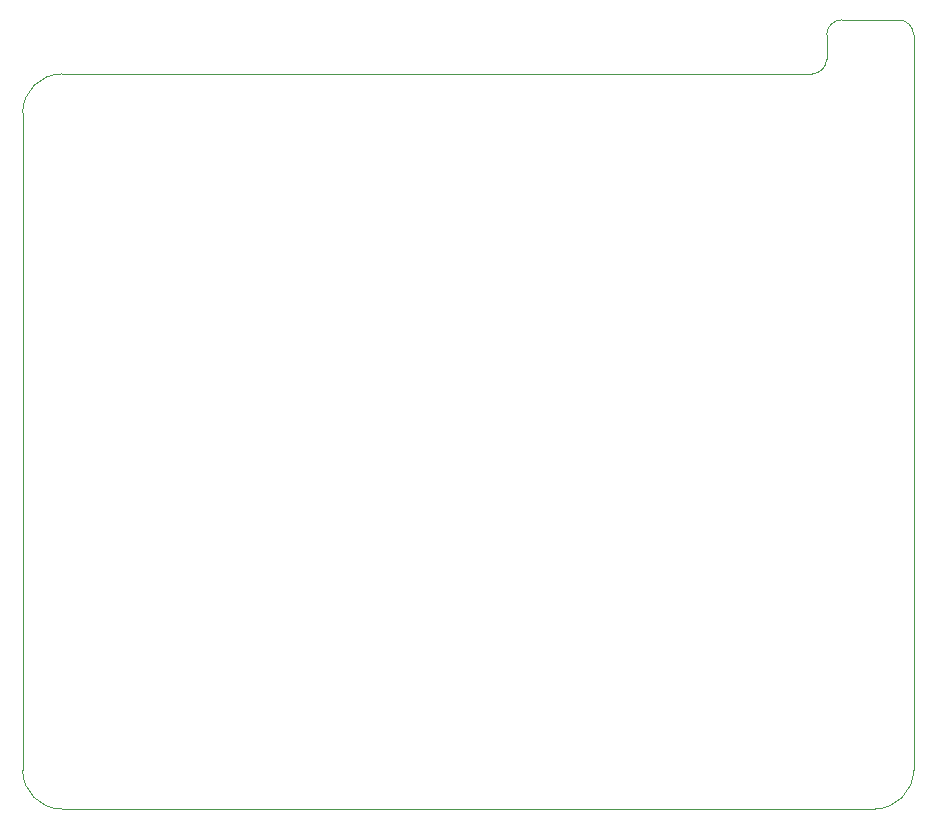
<source format=gm1>
G04 #@! TF.GenerationSoftware,KiCad,Pcbnew,(5.1.8)-1*
G04 #@! TF.CreationDate,2021-06-15T20:05:41+00:00*
G04 #@! TF.ProjectId,RPHat_V2,52504861-745f-4563-922e-6b696361645f,rev?*
G04 #@! TF.SameCoordinates,Original*
G04 #@! TF.FileFunction,Profile,NP*
%FSLAX46Y46*%
G04 Gerber Fmt 4.6, Leading zero omitted, Abs format (unit mm)*
G04 Created by KiCad (PCBNEW (5.1.8)-1) date 2021-06-15 20:05:41*
%MOMM*%
%LPD*%
G01*
G04 APERTURE LIST*
G04 #@! TA.AperFunction,Profile*
%ADD10C,0.050000*%
G04 #@! TD*
G04 APERTURE END LIST*
D10*
X160528000Y-86360000D02*
G75*
G02*
X159258000Y-87630000I-1270000J0D01*
G01*
X166624000Y-83058000D02*
G75*
G02*
X167894000Y-84328000I0J-1270000D01*
G01*
X160528000Y-84328000D02*
G75*
G02*
X161798000Y-83058000I1270000J0D01*
G01*
X160528000Y-84328000D02*
X160528000Y-86360000D01*
X166624000Y-83058000D02*
X161798000Y-83058000D01*
X167894000Y-90932000D02*
X167894000Y-84328000D01*
X95758000Y-149860000D02*
G75*
G02*
X92456000Y-146558000I0J3302000D01*
G01*
X167894000Y-146558000D02*
G75*
G02*
X164592000Y-149860000I-3302000J0D01*
G01*
X92456000Y-90932000D02*
G75*
G02*
X95758000Y-87630000I3302000J0D01*
G01*
X95758000Y-149860000D02*
X164592000Y-149860000D01*
X92456000Y-90932000D02*
X92456000Y-146558000D01*
X159258000Y-87630000D02*
X95758000Y-87630000D01*
X167894000Y-146558000D02*
X167894000Y-90932000D01*
M02*

</source>
